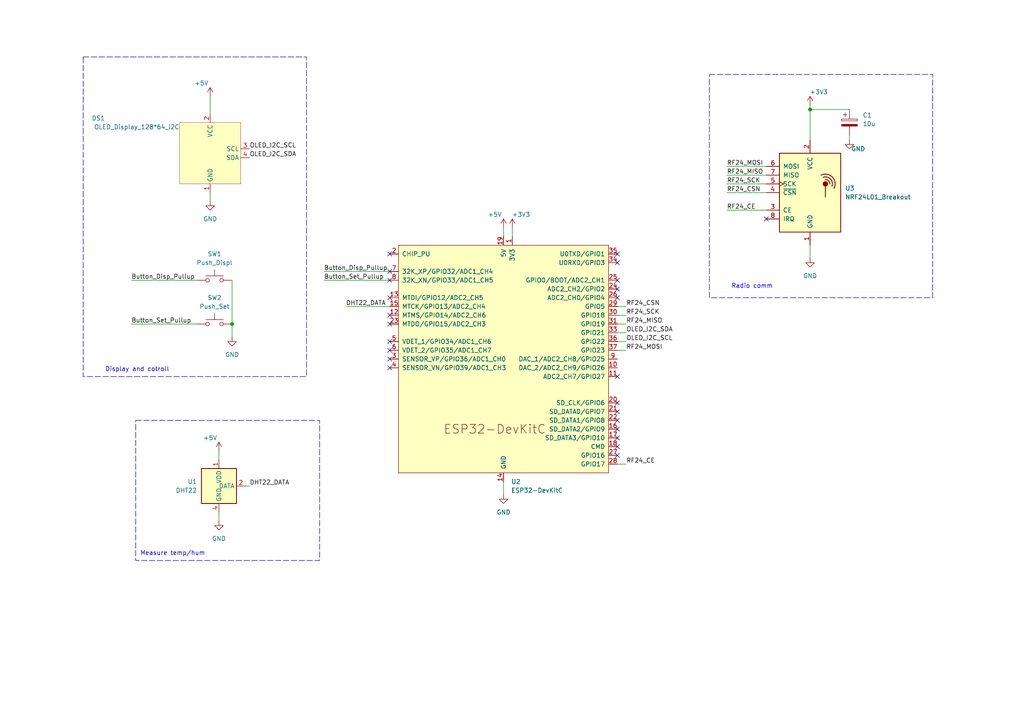
<source format=kicad_sch>
(kicad_sch (version 20230121) (generator eeschema)
  (paper "A4")
  (title_block (title "InsideModule_schematic") (date "2024-01-23") (rev "1") (comment 1 "Main power supply: ESP32 module USB micro"))
  (lib_symbols
    (symbol "+3V3_1" (power) (pin_names (offset 0))
      (property "Value" "+3V3" (at 2.54 3.81 0))
      (symbol "+3V3_1_0_1"
        (polyline (pts (xy -0.762 1.27) (xy 0 2.54)))
        (polyline (pts (xy 0 0) (xy 0 2.54)))
        (polyline (pts (xy 0 2.54) (xy 0.762 1.27)))
      )
      (symbol "+3V3_1_1_1"
        (pin power_in line (at 0 0 90) (length 0) hide (name "+3V3") (number "1"))
      )
    )
    (symbol "+5V_1" (power) (pin_names (offset 0))
      (property "Value" "+5V" (at -2.54 3.81 0))
      (symbol "+5V_1_0_1"
        (polyline (pts (xy -0.762 1.27) (xy 0 2.54)))
        (polyline (pts (xy 0 0) (xy 0 2.54)))
        (polyline (pts (xy 0 2.54) (xy 0.762 1.27)))
      )
      (symbol "+5V_1_1_1"
        (pin power_in line (at 0 0 90) (length 0) hide (name "+5V") (number "1"))
      )
    )
    (symbol "Custom_Modules:OLED_Display_128*64_I2C"
      (property "Reference" "DS1" (at -30.48 10.16 0))
      (property "Value" "OLED_Display_128*64_I2C" (at -8.89 7.62 0))
      (symbol "OLED_Display_128*64_I2C_1_1"
        (rectangle (start -8.89 8.89) (end 8.89 -8.89) (stroke (width 0.0381)) (fill (type background)))
        (pin power_in line (at 0 -11.43 90) (length 2.54) (name "GND") (number "1"))
        (pin power_in line (at 0 11.43 270) (length 2.54) (name "VCC") (number "2"))
        (pin bidirectional line (at 11.43 1.27 180) (length 2.54) (name "SCL") (number "3"))
        (pin bidirectional line (at 11.43 -1.27 180) (length 2.54) (name "SDA") (number "4"))
      )
    )
    (symbol "Device:C_Polarized" (pin_numbers hide) (pin_names (offset 0.254))
      (property "Reference" "C" (at 0.635 2.54 0))
      (property "Value" "C_Polarized" (at 0.635 -2.54 0))
      (symbol "C_Polarized_0_1"
        (rectangle (start -2.286 0.508) (end 2.286 1.016))
        (polyline (pts (xy -1.778 2.286) (xy -0.762 2.286)))
        (polyline (pts (xy -1.27 2.794) (xy -1.27 1.778)))
        (rectangle (start 2.286 -0.508) (end -2.286 -1.016) (fill (type outline)))
      )
      (symbol "C_Polarized_1_1"
        (pin passive line (at 0 3.81 270) (length 2.794) (name "~") (number "1"))
        (pin passive line (at 0 -3.81 90) (length 2.794) (name "~") (number "2"))
      )
    )
    (symbol "PCM_Espressif:ESP32-DevKitC" (pin_names (offset 1.016))
      (property "Reference" "U2" (at 2.1941 -35.56 0))
      (property "Value" "ESP32-DevKitC" (at 2.1941 -38.1 0))
      (symbol "ESP32-DevKitC_0_0"
        (text "ESP32-DevKitC" (at -2.54 -20.32 0) (effects (font (size 2.54 2.54))))
      )
      (symbol "ESP32-DevKitC_0_1"
        (rectangle (start -30.48 33.02) (end 30.48 -33.02) (fill (type background)))
      )
      (symbol "ESP32-DevKitC_1_0"
        (pin power_out line (at 0 -35.56 90) (length 2.54) (name "GND") (number "14"))
        (pin power_out line (at 0 35.56 270) (length 2.54) (name "5V") (number "19"))
      )
      (symbol "ESP32-DevKitC_1_1"
        (pin power_out line (at 2.54 35.56 270) (length 2.54) (name "3V3") (number "1"))
        (pin bidirectional line (at 33.02 -2.54 180) (length 2.54) (name "DAC_2/ADC2_CH9/GPIO26") (number "10"))
        (pin bidirectional line (at 33.02 -5.08 180) (length 2.54) (name "ADC2_CH7/GPIO27") (number "11"))
        (pin bidirectional line (at -33.02 12.7 0) (length 2.54) (name "MTMS/GPIO14/ADC2_CH6") (number "12"))
        (pin bidirectional line (at -33.02 17.78 0) (length 2.54) (name "MTDI/GPIO12/ADC2_CH5") (number "13"))
        (pin bidirectional line (at -33.02 15.24 0) (length 2.54) (name "MTCK/GPIO13/ADC2_CH4") (number "15"))
        (pin bidirectional line (at 33.02 -20.32 180) (length 2.54) (name "SD_DATA2/GPIO9") (number "16"))
        (pin bidirectional line (at 33.02 -22.86 180) (length 2.54) (name "SD_DATA3/GPIO10") (number "17"))
        (pin bidirectional line (at 33.02 -25.4 180) (length 2.54) (name "CMD") (number "18"))
        (pin input line (at -33.02 30.48 0) (length 2.54) (name "CHIP_PU") (number "2"))
        (pin bidirectional line (at 33.02 -12.7 180) (length 2.54) (name "SD_CLK/GPIO6") (number "20"))
        (pin bidirectional line (at 33.02 -15.24 180) (length 2.54) (name "SD_DATA0/GPIO7") (number "21"))
        (pin bidirectional line (at 33.02 -17.78 180) (length 2.54) (name "SD_DATA1/GPIO8") (number "22"))
        (pin bidirectional line (at -33.02 10.16 0) (length 2.54) (name "MTDO/GPIO15/ADC2_CH3") (number "23"))
        (pin bidirectional line (at 33.02 20.32 180) (length 2.54) (name "ADC2_CH2/GPIO2") (number "24"))
        (pin bidirectional line (at 33.02 22.86 180) (length 2.54) (name "GPIO0/BOOT/ADC2_CH1") (number "25"))
        (pin bidirectional line (at 33.02 17.78 180) (length 2.54) (name "ADC2_CH0/GPIO4") (number "26"))
        (pin bidirectional line (at 33.02 -27.94 180) (length 2.54) (name "GPIO16") (number "27"))
        (pin bidirectional line (at 33.02 -30.48 180) (length 2.54) (name "GPIO17") (number "28"))
        (pin bidirectional line (at 33.02 15.24 180) (length 2.54) (name "GPIO5") (number "29"))
        (pin input line (at -33.02 0 0) (length 2.54) (name "SENSOR_VP/GPIO36/ADC1_CH0") (number "3"))
        (pin bidirectional line (at 33.02 12.7 180) (length 2.54) (name "GPIO18") (number "30"))
        (pin bidirectional line (at 33.02 10.16 180) (length 2.54) (name "GPIO19") (number "31"))
        (pin passive line (at 0 -35.56 90) (length 2.54) hide (name "GND") (number "32"))
        (pin bidirectional line (at 33.02 7.62 180) (length 2.54) (name "GPIO21") (number "33"))
        (pin bidirectional line (at 33.02 27.94 180) (length 2.54) (name "U0RXD/GPIO3") (number "34"))
        (pin bidirectional line (at 33.02 30.48 180) (length 2.54) (name "U0TXD/GPIO1") (number "35"))
        (pin bidirectional line (at 33.02 5.08 180) (length 2.54) (name "GPIO22") (number "36"))
        (pin bidirectional line (at 33.02 2.54 180) (length 2.54) (name "GPIO23") (number "37"))
        (pin passive line (at 0 -35.56 90) (length 2.54) hide (name "GND") (number "38"))
        (pin input line (at -33.02 -2.54 0) (length 2.54) (name "SENSOR_VN/GPIO39/ADC1_CH3") (number "4"))
        (pin input line (at -33.02 5.08 0) (length 2.54) (name "VDET_1/GPIO34/ADC1_CH6") (number "5"))
        (pin input line (at -33.02 2.54 0) (length 2.54) (name "VDET_2/GPIO35/ADC1_CH7") (number "6"))
        (pin bidirectional line (at -33.02 25.4 0) (length 2.54) (name "32K_XP/GPIO32/ADC1_CH4") (number "7"))
        (pin bidirectional line (at -33.02 22.86 0) (length 2.54) (name "32K_XN/GPIO33/ADC1_CH5") (number "8"))
        (pin bidirectional line (at 33.02 0 180) (length 2.54) (name "DAC_1/ADC2_CH8/GPIO25") (number "9"))
      )
    )
    (symbol "RF:NRF24L01_Breakout" (pin_names (offset 1.016))
      (property "Reference" "U" (at -8.89 12.7 0))
      (property "Value" "NRF24L01_Breakout" (at 3.81 12.7 0))
      (symbol "NRF24L01_Breakout_0_1"
        (rectangle (start -8.89 11.43) (end 8.89 -11.43) (stroke (width 0.254)) (fill (type background)))
        (polyline (pts (xy 4.445 1.905) (xy 4.445 -1.27)) (stroke (width 0.254)))
        (circle (center 4.445 2.54) (radius 0.635) (stroke (width 0.254)) (fill (type outline)))
        (arc (start 5.715 2.54) (mid 5.3521 3.4546) (end 4.445 3.81) (stroke (width 0.254)))
        (arc (start 6.35 1.905) (mid 5.8763 3.9854) (end 3.81 4.445) (stroke (width 0.254)))
        (arc (start 6.985 1.27) (mid 6.453 4.548) (end 3.175 5.08) (stroke (width 0.254)))
      )
      (symbol "NRF24L01_Breakout_1_1"
        (pin power_in line (at 0 -15.24 90) (length 3.81) (name "GND") (number "1"))
        (pin power_in line (at 0 15.24 270) (length 3.81) (name "VCC") (number "2"))
        (pin input line (at -12.7 -5.08 0) (length 3.81) (name "CE") (number "3"))
        (pin input line (at -12.7 0 0) (length 3.81) (name "~{CSN}") (number "4"))
        (pin input clock (at -12.7 2.54 0) (length 3.81) (name "SCK") (number "5"))
        (pin input line (at -12.7 7.62 0) (length 3.81) (name "MOSI") (number "6"))
        (pin output line (at -12.7 5.08 0) (length 3.81) (name "MISO") (number "7"))
        (pin output line (at -12.7 -7.62 0) (length 3.81) (name "IRQ") (number "8"))
      )
    )
    (symbol "Sensor:DHT11"
      (property "Reference" "U" (at -3.81 6.35 0))
      (property "Value" "DHT11" (at 3.81 6.35 0))
      (symbol "DHT11_0_1"
        (rectangle (start -5.08 5.08) (end 5.08 -5.08) (stroke (width 0.254)) (fill (type background)))
      )
      (symbol "DHT11_1_1"
        (pin power_in line (at 0 7.62 270) (length 2.54) (name "VDD") (number "1"))
        (pin bidirectional line (at 7.62 0 180) (length 2.54) (name "DATA") (number "2"))
        (pin no_connect line (at -5.08 0 0) (length 2.54) hide (name "NC") (number "3"))
        (pin power_in line (at 0 -7.62 90) (length 2.54) (name "GND") (number "4"))
      )
    )
    (symbol "Switch:SW_Push" (pin_numbers hide) (pin_names (offset 1.016) hide)
      (property "Reference" "SW" (at 1.27 2.54 0))
      (property "Value" "SW_Push" (at 0 -1.524 0))
      (symbol "SW_Push_0_1"
        (circle (center -2.032 0) (radius 0.508))
        (polyline (pts (xy 0 1.27) (xy 0 3.048)))
        (polyline (pts (xy 2.54 1.27) (xy -2.54 1.27)))
        (circle (center 2.032 0) (radius 0.508))
        (pin passive line (at -5.08 0 0) (length 2.54) (name "1") (number "1"))
        (pin passive line (at 5.08 0 180) (length 2.54) (name "2") (number "2"))
      )
    )
    (symbol "power:+3V3" (power) (pin_names (offset 0))
      (property "Value" "+3V3" (at 0 3.556 0))
      (symbol "+3V3_0_1"
        (polyline (pts (xy -0.762 1.27) (xy 0 2.54)))
        (polyline (pts (xy 0 0) (xy 0 2.54)))
        (polyline (pts (xy 0 2.54) (xy 0.762 1.27)))
      )
      (symbol "+3V3_1_1"
        (pin power_in line (at 0 0 90) (length 0) hide (name "+3V3") (number "1"))
      )
    )
    (symbol "power:+5V" (power) (pin_names (offset 0))
      (property "Value" "+5V" (at 0 3.556 0))
      (symbol "+5V_0_1"
        (polyline (pts (xy -0.762 1.27) (xy 0 2.54)))
        (polyline (pts (xy 0 0) (xy 0 2.54)))
        (polyline (pts (xy 0 2.54) (xy 0.762 1.27)))
      )
      (symbol "+5V_1_1"
        (pin power_in line (at 0 0 90) (length 0) hide (name "+5V") (number "1"))
      )
    )
    (symbol "power:GND" (power) (pin_names (offset 0))
      (property "Value" "GND" (at 0 -3.81 0))
      (symbol "GND_0_1"
        (polyline (pts (xy 0 0) (xy 0 -1.27) (xy 1.27 -1.27) (xy 0 -2.54) (xy -1.27 -1.27) (xy 0 -1.27)))
      )
      (symbol "GND_1_1"
        (pin power_in line (at 0 0 270) (length 0) hide (name "GND") (number "1"))
      )
    )
  )
  (junction (at 234.95 31.75))
  (junction (at 67.31 93.98))
  (no_connect (at 113.03 73.66))
  (no_connect (at 113.03 106.68))
  (no_connect (at 179.07 127))
  (no_connect (at 179.07 81.28))
  (no_connect (at 179.07 76.2))
  (no_connect (at 113.03 93.98))
  (no_connect (at 179.07 124.46))
  (no_connect (at 179.07 83.82))
  (no_connect (at 179.07 121.92))
  (no_connect (at 222.25 63.5))
  (no_connect (at 179.07 132.08))
  (no_connect (at 179.07 129.54))
  (no_connect (at 179.07 73.66))
  (no_connect (at 113.03 81.28))
  (no_connect (at 113.03 78.74))
  (no_connect (at 113.03 86.36))
  (no_connect (at 113.03 91.44))
  (no_connect (at 179.07 119.38))
  (no_connect (at 113.03 99.06))
  (no_connect (at 179.07 86.36))
  (no_connect (at 113.03 104.14))
  (no_connect (at 179.07 116.84))
  (no_connect (at 113.03 101.6))
  (no_connect (at 179.07 109.22))
  (wire (pts (xy 181.61 134.62) (xy 179.07 134.62)))
  (wire (pts (xy 210.82 53.34) (xy 222.25 53.34)))
  (wire (pts (xy 181.61 99.06) (xy 179.07 99.06)))
  (wire (pts (xy 63.5 130.81) (xy 63.5 133.35)))
  (wire (pts (xy 67.31 81.28) (xy 67.31 93.98)))
  (wire (pts (xy 210.82 60.96) (xy 222.25 60.96)))
  (wire (pts (xy 181.61 88.9) (xy 179.07 88.9)))
  (wire (pts (xy 71.12 140.97) (xy 72.39 140.97)))
  (wire (pts (xy 100.33 88.9) (xy 113.03 88.9)))
  (wire (pts (xy 146.05 139.7) (xy 146.05 143.51)))
  (wire (pts (xy 60.96 55.88) (xy 60.96 58.42)))
  (wire (pts (xy 234.95 71.12) (xy 234.95 74.93)))
  (wire (pts (xy 93.98 81.28) (xy 113.03 81.28)))
  (wire (pts (xy 181.61 101.6) (xy 179.07 101.6)))
  (wire (pts (xy 148.59 66.04) (xy 148.59 68.58)))
  (wire (pts (xy 63.5 148.59) (xy 63.5 151.13)))
  (wire (pts (xy 181.61 91.44) (xy 179.07 91.44)))
  (wire (pts (xy 234.95 30.48) (xy 234.95 31.75)))
  (wire (pts (xy 181.61 96.52) (xy 179.07 96.52)))
  (wire (pts (xy 246.38 40.64) (xy 246.38 39.37)))
  (wire (pts (xy 38.1 93.98) (xy 57.15 93.98)))
  (wire (pts (xy 234.95 31.75) (xy 246.38 31.75)))
  (wire (pts (xy 210.82 55.88) (xy 222.25 55.88)))
  (wire (pts (xy 234.95 31.75) (xy 234.95 40.64)))
  (wire (pts (xy 67.31 93.98) (xy 67.31 97.79)))
  (wire (pts (xy 210.82 48.26) (xy 222.25 48.26)))
  (wire (pts (xy 146.05 66.04) (xy 146.05 68.58)))
  (wire (pts (xy 210.82 50.8) (xy 222.25 50.8)))
  (wire (pts (xy 181.61 93.98) (xy 179.07 93.98)))
  (wire (pts (xy 38.1 81.28) (xy 57.15 81.28)))
  (wire (pts (xy 60.96 27.94) (xy 60.96 33.02)))
  (wire (pts (xy 93.98 78.74) (xy 113.03 78.74)))
  (rectangle (start 39.37 121.92) (end 92.71 162.56) (stroke (width 0) (type dash)))
  (rectangle (start 205.74 21.59) (end 270.51 86.36) (stroke (width 0) (type dash)))
  (rectangle (start 24.13 16.51) (end 88.9 109.22) (stroke (width 0) (type dash)))
  (text "Display and cotroll" (at 30.48 107.95 0) (effects (font (size 1.27 1.27)) (justify left bottom)))
  (text "Radio comm" (at 212.09 83.82 0) (effects (font (size 1.27 1.27)) (justify left bottom)))
  (text "Measure temp/hum" (at 40.64 161.29 0) (effects (font (size 1.27 1.27)) (justify left bottom)))
  (label "RF24_MISO" (at 210.82 50.8 0))
  (label "OLED_I2C_SDA" (at 181.61 96.52 0))
  (label "OLED_I2C_SCL" (at 181.61 99.06 0))
  (label "DHT22_DATA" (at 100.33 88.9 0))
  (label "Button_Disp_Pullup" (at 93.98 78.74 0))
  (label "RF24_MISO" (at 181.61 93.98 0))
  (label "DHT22_DATA" (at 72.39 140.97 0))
  (label "RF24_SCK" (at 210.82 53.34 0))
  (label "RF24_CE" (at 181.61 134.62 0))
  (label "OLED_I2C_SCL" (at 72.39 43.18 0))
  (label "Button_Set_Pullup" (at 93.98 81.28 0))
  (label "RF24_CSN" (at 210.82 55.88 0))
  (label "RF24_SCK" (at 181.61 91.44 0))
  (label "RF24_MOSI" (at 210.82 48.26 0))
  (label "RF24_CE" (at 210.82 60.96 0))
  (label "Button_Set_Pullup" (at 38.1 93.98 0))
  (label "RF24_CSN" (at 181.61 88.9 0))
  (label "Button_Disp_Pullup" (at 38.1 81.28 0))
  (label "RF24_MOSI" (at 181.61 101.6 0))
  (label "OLED_I2C_SDA" (at 72.39 45.72 0))
  (symbol (lib_name "+3V3_1") (lib_id "power:+3V3") (at 148.59 66.04 0) (unit 1)
    (property "Reference" "#PWR08" (effects hide))
    (property "Value" "+3V3" (at 151.13 62.23 0))
  )
  (symbol (lib_id "Switch:SW_Push") (at 62.23 81.28 0) (unit 1)
    (property "Reference" "SW1" (at 62.23 73.66 0))
    (property "Value" "Push_Displ" (at 62.23 76.2 0))
    (property "Footprint" "Button_Switch_THT:SW_PUSH_6mm_H8mm" (effects hide))
  )
  (symbol (lib_id "RF:NRF24L01_Breakout") (at 234.95 55.88 0) (unit 1)
    (property "Reference" "U3" (at 245.11 54.61 0) (effects (justify left)))
    (property "Value" "NRF24L01_Breakout" (at 245.11 57.15 0) (effects (justify left)))
    (property "Footprint" "RF_Module:nRF24L01_Breakout" (effects hide))
    (property "Datasheet" "http://www.nordicsemi.com/eng/content/download/2730/34105/file/nRF24L01_Product_Specification_v2_0.pdf" (effects hide))
  )
  (symbol (lib_id "power:GND") (at 67.31 97.79 0) (unit 1)
    (property "Reference" "#PWR05" (effects hide))
    (property "Value" "GND" (at 67.31 102.87 0))
  )
  (symbol (lib_id "power:+5V") (at 60.96 27.94 0) (unit 1)
    (property "Reference" "#PWR01" (effects hide))
    (property "Value" "+5V" (at 58.42 24.13 0))
  )
  (symbol (lib_id "power:GND") (at 63.5 151.13 0) (unit 1)
    (property "Reference" "#PWR04" (effects hide))
    (property "Value" "GND" (at 63.5 156.21 0))
  )
  (symbol (lib_id "power:GND") (at 234.95 74.93 0) (unit 1)
    (property "Reference" "#PWR010" (effects hide))
    (property "Value" "GND" (at 234.95 80.01 0))
  )
  (symbol (lib_id "power:GND") (at 146.05 143.51 0) (unit 1)
    (property "Reference" "#PWR07" (effects hide))
    (property "Value" "GND" (at 146.05 148.59 0))
  )
  (symbol (lib_id "Switch:SW_Push") (at 62.23 93.98 0) (unit 1)
    (property "Reference" "SW2" (at 62.23 86.36 0))
    (property "Value" "Push_Set" (at 62.23 88.9 0))
    (property "Footprint" "Button_Switch_THT:SW_PUSH_6mm_H8mm" (effects hide))
  )
  (symbol (lib_id "Custom_Modules:OLED_Display_128*64_I2C") (at 60.96 44.45 0) (unit 1)
    (property "Reference" "DS1" (at 30.48 34.29 0) (effects (justify right)))
    (property "Value" "OLED_Display_128*64_I2C" (at 52.07 36.83 0) (effects (justify right)))
  )
  (symbol (lib_id "power:+3V3") (at 234.95 30.48 0) (unit 1)
    (property "Reference" "#PWR09" (effects hide))
    (property "Value" "+3V3" (at 237.49 26.67 0))
  )
  (symbol (lib_id "power:+5V") (at 63.5 130.81 0) (unit 1)
    (property "Reference" "#PWR03" (effects hide))
    (property "Value" "+5V" (at 60.96 127 0))
  )
  (symbol (lib_id "Device:C_Polarized") (at 246.38 35.56 0) (unit 1)
    (property "Reference" "C1" (at 250.19 33.401 0) (effects (justify left)))
    (property "Value" "10u" (at 250.19 35.941 0) (effects (justify left)))
  )
  (symbol (lib_id "power:GND") (at 246.38 40.64 0) (unit 1)
    (property "Reference" "#PWR011" (effects hide))
    (property "Value" "GND" (at 248.92 43.18 0))
  )
  (symbol (lib_name "+5V_1") (lib_id "power:+5V") (at 146.05 66.04 0) (unit 1)
    (property "Reference" "#PWR06" (effects hide))
    (property "Value" "+5V" (at 143.51 62.23 0))
  )
  (symbol (lib_id "Sensor:DHT11") (at 63.5 140.97 0) (unit 1)
    (property "Reference" "U1" (at 57.15 139.7 0) (effects (justify right)))
    (property "Value" "DHT22" (at 57.15 142.24 0) (effects (justify right)))
    (property "Footprint" "Sensor:Aosong_DHT11_5.5x12.0_P2.54mm" (effects hide))
    (property "Datasheet" "http://akizukidenshi.com/download/ds/aosong/DHT11.pdf" (effects hide))
  )
  (symbol (lib_id "power:GND") (at 60.96 58.42 0) (unit 1)
    (property "Reference" "#PWR02" (effects hide))
    (property "Value" "GND" (at 60.96 63.5 0))
  )
  (symbol (lib_id "PCM_Espressif:ESP32-DevKitC") (at 146.05 104.14 0) (unit 1)
    (property "Reference" "U2" (at 148.2441 139.7 0) (effects (justify left)))
    (property "Value" "ESP32-DevKitC" (at 148.2441 142.24 0) (effects (justify left)))
    (property "Footprint" "PCM_Espressif:ESP32-DevKitC" (effects hide))
    (property "Datasheet" "https://docs.espressif.com/projects/esp-idf/zh_CN/latest/esp32/hw-reference/esp32/get-started-devkitc.html" (effects hide))
  )
)
</source>
